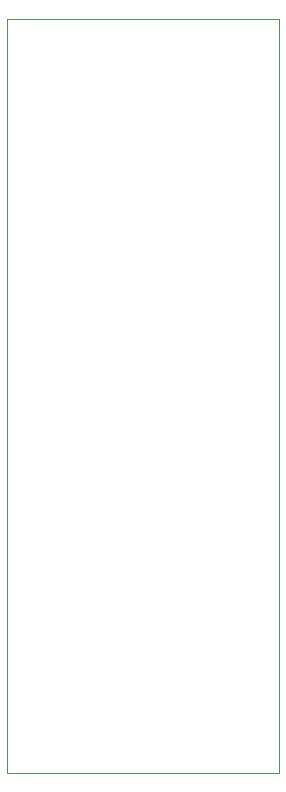
<source format=gbr>
%TF.GenerationSoftware,KiCad,Pcbnew,9.0.1*%
%TF.CreationDate,2025-04-24T11:10:19+02:00*%
%TF.ProjectId,crimpdeq,6372696d-7064-4657-912e-6b696361645f,rev?*%
%TF.SameCoordinates,Original*%
%TF.FileFunction,Profile,NP*%
%FSLAX46Y46*%
G04 Gerber Fmt 4.6, Leading zero omitted, Abs format (unit mm)*
G04 Created by KiCad (PCBNEW 9.0.1) date 2025-04-24 11:10:19*
%MOMM*%
%LPD*%
G01*
G04 APERTURE LIST*
%TA.AperFunction,Profile*%
%ADD10C,0.050000*%
%TD*%
G04 APERTURE END LIST*
D10*
X129200000Y-46400000D02*
X129200000Y-110200000D01*
X152200000Y-46400000D02*
X129200000Y-46400000D01*
X129200000Y-110200000D02*
X152200000Y-110200000D01*
X152200000Y-110200000D02*
X152200000Y-46400000D01*
M02*

</source>
